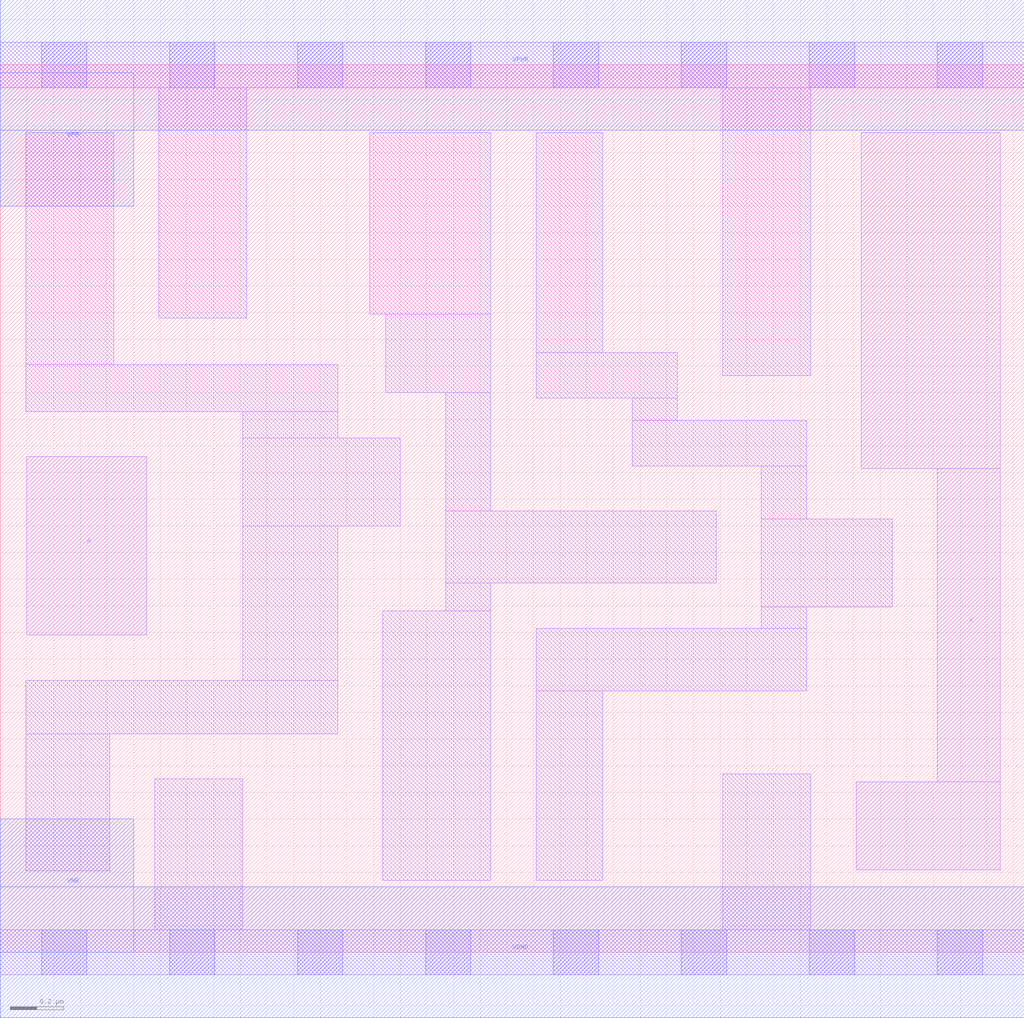
<source format=lef>
# Copyright 2020 The SkyWater PDK Authors
#
# Licensed under the Apache License, Version 2.0 (the "License");
# you may not use this file except in compliance with the License.
# You may obtain a copy of the License at
#
#     https://www.apache.org/licenses/LICENSE-2.0
#
# Unless required by applicable law or agreed to in writing, software
# distributed under the License is distributed on an "AS IS" BASIS,
# WITHOUT WARRANTIES OR CONDITIONS OF ANY KIND, either express or implied.
# See the License for the specific language governing permissions and
# limitations under the License.
#
# SPDX-License-Identifier: Apache-2.0

VERSION 5.5 ;
NAMESCASESENSITIVE ON ;
BUSBITCHARS "[]" ;
DIVIDERCHAR "/" ;
MACRO sky130_fd_sc_lp__clkdlybuf4s25_1
  CLASS CORE ;
  SOURCE USER ;
  ORIGIN  0.000000  0.000000 ;
  SIZE  3.840000 BY  3.330000 ;
  SYMMETRY X Y R90 ;
  SITE unit ;
  PIN A
    ANTENNAGATEAREA  0.252000 ;
    DIRECTION INPUT ;
    USE SIGNAL ;
    PORT
      LAYER li1 ;
        RECT 0.100000 1.190000 0.550000 1.860000 ;
    END
  END A
  PIN X
    ANTENNADIFFAREA  0.445200 ;
    DIRECTION OUTPUT ;
    USE SIGNAL ;
    PORT
      LAYER li1 ;
        RECT 3.210000 0.310000 3.750000 0.640000 ;
        RECT 3.230000 1.815000 3.750000 3.075000 ;
        RECT 3.515000 0.640000 3.750000 1.815000 ;
    END
  END X
  PIN VGND
    DIRECTION INOUT ;
    USE GROUND ;
    PORT
      LAYER met1 ;
        RECT 0.000000 -0.245000 3.840000 0.245000 ;
    END
  END VGND
  PIN VNB
    DIRECTION INOUT ;
    USE GROUND ;
    PORT
      LAYER met1 ;
        RECT 0.000000 0.000000 0.500000 0.500000 ;
    END
  END VNB
  PIN VPB
    DIRECTION INOUT ;
    USE POWER ;
    PORT
      LAYER met1 ;
        RECT 0.000000 2.800000 0.500000 3.300000 ;
    END
  END VPB
  PIN VPWR
    DIRECTION INOUT ;
    USE POWER ;
    PORT
      LAYER met1 ;
        RECT 0.000000 3.085000 3.840000 3.575000 ;
    END
  END VPWR
  OBS
    LAYER li1 ;
      RECT 0.000000 -0.085000 3.840000 0.085000 ;
      RECT 0.000000  3.245000 3.840000 3.415000 ;
      RECT 0.095000  0.305000 0.410000 0.820000 ;
      RECT 0.095000  0.820000 1.265000 1.020000 ;
      RECT 0.095000  2.030000 1.265000 2.205000 ;
      RECT 0.095000  2.205000 0.425000 3.075000 ;
      RECT 0.580000  0.085000 0.910000 0.650000 ;
      RECT 0.595000  2.380000 0.925000 3.245000 ;
      RECT 0.910000  1.020000 1.265000 1.600000 ;
      RECT 0.910000  1.600000 1.500000 1.930000 ;
      RECT 0.910000  1.930000 1.265000 2.030000 ;
      RECT 1.385000  2.395000 1.840000 3.075000 ;
      RECT 1.435000  0.270000 1.840000 1.280000 ;
      RECT 1.445000  2.100000 1.840000 2.395000 ;
      RECT 1.670000  1.280000 1.840000 1.385000 ;
      RECT 1.670000  1.385000 2.685000 1.655000 ;
      RECT 1.670000  1.655000 1.840000 2.100000 ;
      RECT 2.010000  0.270000 2.260000 0.980000 ;
      RECT 2.010000  0.980000 3.025000 1.215000 ;
      RECT 2.010000  2.080000 2.540000 2.250000 ;
      RECT 2.010000  2.250000 2.260000 3.075000 ;
      RECT 2.370000  1.825000 3.025000 1.995000 ;
      RECT 2.370000  1.995000 2.540000 2.080000 ;
      RECT 2.710000  0.085000 3.040000 0.670000 ;
      RECT 2.710000  2.165000 3.040000 3.245000 ;
      RECT 2.855000  1.215000 3.025000 1.295000 ;
      RECT 2.855000  1.295000 3.345000 1.625000 ;
      RECT 2.855000  1.625000 3.025000 1.825000 ;
    LAYER mcon ;
      RECT 0.155000 -0.085000 0.325000 0.085000 ;
      RECT 0.155000  3.245000 0.325000 3.415000 ;
      RECT 0.635000 -0.085000 0.805000 0.085000 ;
      RECT 0.635000  3.245000 0.805000 3.415000 ;
      RECT 1.115000 -0.085000 1.285000 0.085000 ;
      RECT 1.115000  3.245000 1.285000 3.415000 ;
      RECT 1.595000 -0.085000 1.765000 0.085000 ;
      RECT 1.595000  3.245000 1.765000 3.415000 ;
      RECT 2.075000 -0.085000 2.245000 0.085000 ;
      RECT 2.075000  3.245000 2.245000 3.415000 ;
      RECT 2.555000 -0.085000 2.725000 0.085000 ;
      RECT 2.555000  3.245000 2.725000 3.415000 ;
      RECT 3.035000 -0.085000 3.205000 0.085000 ;
      RECT 3.035000  3.245000 3.205000 3.415000 ;
      RECT 3.515000 -0.085000 3.685000 0.085000 ;
      RECT 3.515000  3.245000 3.685000 3.415000 ;
  END
END sky130_fd_sc_lp__clkdlybuf4s25_1
END LIBRARY

</source>
